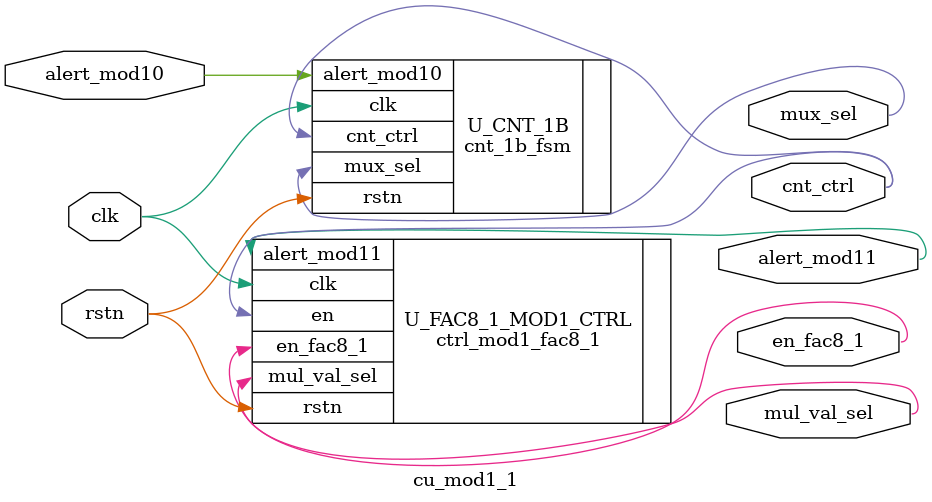
<source format=sv>
`timescale 1ns/1ps

module cu_mod1_1 (
	input clk,
	input rstn,
	input alert_mod10,

	output logic cnt_ctrl,
	output logic mux_sel,
	output logic en_fac8_1,
	output logic mul_val_sel,
	output logic alert_mod11
);
	
	cnt_1b_fsm U_CNT_1B(
	.clk(clk),
	.rstn(rstn),
	.alert_mod10(alert_mod10),

	.cnt_ctrl(cnt_ctrl),
	.mux_sel(mux_sel)
	);

	ctrl_mod1_fac8_1 U_FAC8_1_MOD1_CTRL(
	.clk(clk),
	.rstn(rstn),
	.en(cnt_ctrl),

	.en_fac8_1(en_fac8_1),
	.mul_val_sel(mul_val_sel),
	.alert_mod11(alert_mod11)
	);
	
endmodule
</source>
